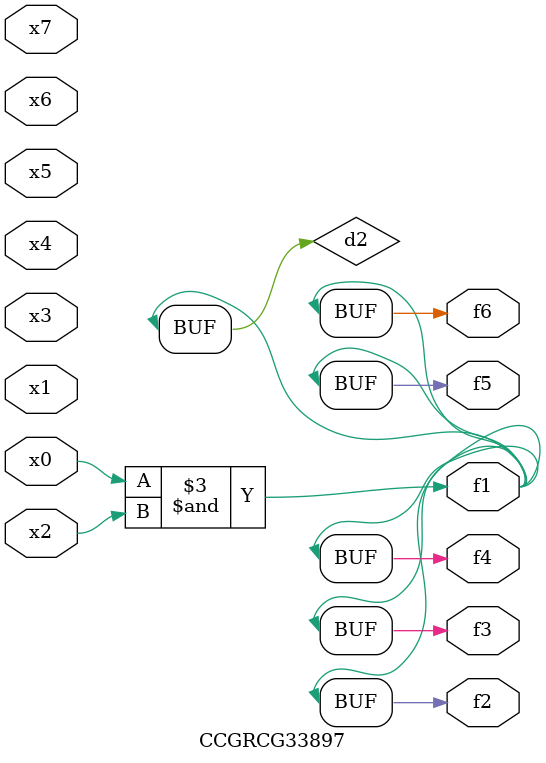
<source format=v>
module CCGRCG33897(
	input x0, x1, x2, x3, x4, x5, x6, x7,
	output f1, f2, f3, f4, f5, f6
);

	wire d1, d2;

	nor (d1, x3, x6);
	and (d2, x0, x2);
	assign f1 = d2;
	assign f2 = d2;
	assign f3 = d2;
	assign f4 = d2;
	assign f5 = d2;
	assign f6 = d2;
endmodule

</source>
